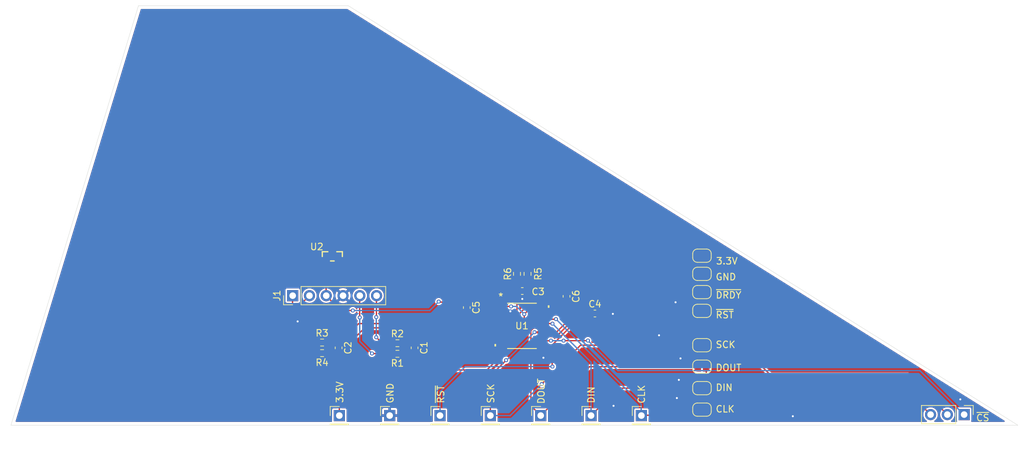
<source format=kicad_pcb>
(kicad_pcb (version 20241229) (generator "pcbnew") (generator_version "9.0")
  (layers (0 "F.Cu" signal) (2 "B.Cu" signal) (13 "F.Paste" user) (15 "B.Paste" user) (5 "F.SilkS" user "F.Silkscreen") (7 "B.SilkS" user "B.Silkscreen") (1 "F.Mask" user) (3 "B.Mask" user) (25 "Edge.Cuts" user))
  (net 0 "")
  (net 1 "Net-(U1-AIN2N)")
  (net 2 "Net-(U1-AIN2P)")
  (net 3 "Net-(U1-AIN1N)")
  (net 4 "Net-(U1-AIN1P)")
  (net 5 "Net-(U1-AIN0P)")
  (net 6 "Net-(U1-AIN0N)")
  (net 7 "GND")
  (net 8 "Net-(U1-CAP)")
  (net 9 "+3.3V")
  (net 10 "GAUGE1_IN_P")
  (net 11 "GAUGE1_IN_N")
  (net 12 "GAUGE2_IN_N")
  (net 13 "GAUGE2_IN_P")
  (net 14 "DIN")
  (net 15 "SPICLK")
  (net 16 "~{SYNC}{slash}~{RST}")
  (net 17 "ADCCLK")
  (net 18 "DOUT")
  (net 19 "~{CS}")
  (net 20 "Net-(J3-Pin_2)")
  (net 21 "Net-(J3-Pin_3)")
  (net 22 "~{DRDY}")
  (net 23 "TMP_IN_P")
  (footprint "Jumper:SolderJumper-2_P1.3mm_Open_RoundedPad1.0x1.5mm" (layer "F.Cu") (at 173 110 180)
    (property "Reference" "JP4" (hide yes))
    (property "Value" "SolderJumper_2_Open" (hide yes))
    (fp_line (start 1.4 -0.3) (end 1.4 0.3) (stroke (width 0.12)) (layer "F.SilkS"))
    (fp_line (start 0.7 1) (end -0.7 1) (stroke (width 0.12)) (layer "F.SilkS"))
    (fp_line (start -0.7 -1) (end 0.7 -1) (stroke (width 0.12)) (layer "F.SilkS"))
    (fp_line (start -1.4 0.3) (end -1.4 -0.3) (stroke (width 0.12)) (layer "F.SilkS"))
    (fp_arc (start 1.4 0.3) (mid 1.194975 0.794975) (end 0.7 1) (stroke (width 0.12)) (layer "F.SilkS"))
    (fp_arc (start 0.7 -1) (mid 1.194975 -0.794975) (end 1.4 -0.3) (stroke (width 0.12)) (layer "F.SilkS"))
    (fp_arc (start -0.7 1) (mid -1.194975 0.794975) (end -1.4 0.3) (stroke (width 0.12)) (layer "F.SilkS"))
    (fp_arc (start -1.4 -0.3) (mid -1.194975 -0.794975) (end -0.7 -1) (stroke (width 0.12)) (layer "F.SilkS"))
    (pad "1" smd custom (at -0.65 0 180) (size 1 0.5) (layers "F.Cu" "F.Mask") (net 21 "Net-(J3-Pin_3)") (options (clearance outline) (anchor rect)) (primitives (gr_circle (center 0 0.25) (end 0.5 0.25) (width 0) (fill yes)) (gr_circle (center 0 -0.25) (end 0.5 -0.25) (width 0) (fill yes)) (gr_poly (pts (xy 0.5 0.75) (xy 0 0.75) (xy 0 -0.75) (xy 0.5 -0.75)) (width 0) (fill yes))))
    (pad "2" smd custom (at 0.65 0 180) (size 1 0.5) (layers "F.Cu" "F.Mask") (net 15 "SPICLK") (options (clearance outline) (anchor rect)) (primitives (gr_circle (center 0 0.25) (end 0.5 0.25) (width 0) (fill yes)) (gr_circle (center 0 -0.25) (end 0.5 -0.25) (width 0) (fill yes)) (gr_poly (pts (xy 0 0.75) (xy -0.5 0.75) (xy -0.5 -0.75) (xy 0 -0.75)) (width 0) (fill yes))))
  )
  (footprint "Capacitor_SMD:C_0603_1608Metric" (layer "F.Cu") (at 129.5 110.4 -90)
    (property "Reference" "C1" (at 0 -1.43 90) (layer "F.SilkS"))
    (property "Value" "10 nF")
    (fp_line (start -0.14058 0.51) (end 0.14058 0.51) (stroke (width 0.12)) (layer "F.SilkS"))
    (fp_line (start -0.14058 -0.51) (end 0.14058 -0.51) (stroke (width 0.12)) (layer "F.SilkS"))
    (pad "1" smd roundrect (at -0.775 0 270) (size 0.9 0.95) (layers "F.Cu" "F.Mask" "F.Paste") (net 2 "Net-(U1-AIN2P)"))
    (pad "2" smd roundrect (at 0.775 0 270) (size 0.9 0.95) (layers "F.Cu" "F.Mask" "F.Paste") (net 1 "Net-(U1-AIN2N)"))
  )
  (footprint "Jumper:SolderJumper-2_P1.3mm_Open_RoundedPad1.0x1.5mm" (layer "F.Cu") (at 173 96.45 180)
    (property "Reference" "JP7" (hide yes))
    (property "Value" "SolderJumper_2_Open" (hide yes))
    (fp_line (start 1.4 -0.3) (end 1.4 0.3) (stroke (width 0.12)) (layer "F.SilkS"))
    (fp_line (start 0.7 1) (end -0.7 1) (stroke (width 0.12)) (layer "F.SilkS"))
    (fp_line (start -0.7 -1) (end 0.7 -1) (stroke (width 0.12)) (layer "F.SilkS"))
    (fp_line (start -1.4 0.3) (end -1.4 -0.3) (stroke (width 0.12)) (layer "F.SilkS"))
    (fp_arc (start 1.4 0.3) (mid 1.194975 0.794975) (end 0.7 1) (stroke (width 0.12)) (layer "F.SilkS"))
    (fp_arc (start 0.7 -1) (mid 1.194975 -0.794975) (end 1.4 -0.3) (stroke (width 0.12)) (layer "F.SilkS"))
    (fp_arc (start -0.7 1) (mid -1.194975 0.794975) (end -1.4 0.3) (stroke (width 0.12)) (layer "F.SilkS"))
    (fp_arc (start -1.4 -0.3) (mid -1.194975 -0.794975) (end -0.7 -1) (stroke (width 0.12)) (layer "F.SilkS"))
    (pad "1" smd custom (at -0.65 0 180) (size 1 0.5) (layers "F.Cu" "F.Mask") (net 20 "Net-(J3-Pin_2)") (options (clearance outline) (anchor rect)) (primitives (gr_circle (center 0 0.25) (end 0.5 0.25) (width 0) (fill yes)) (gr_circle (center 0 -0.25) (end 0.5 -0.25) (width 0) (fill yes)) (gr_poly (pts (xy 0.5 0.75) (xy 0 0.75) (xy 0 -0.75) (xy 0.5 -0.75)) (width 0) (fill yes))))
    (pad "2" smd custom (at 0.65 0 180) (size 1 0.5) (layers "F.Cu" "F.Mask") (net 9 "+3.3V") (options (clearance outline) (anchor rect)) (primitives (gr_circle (center 0 0.25) (end 0.5 0.25) (width 0) (fill yes)) (gr_circle (center 0 -0.25) (end 0.5 -0.25) (width 0) (fill yes)) (gr_poly (pts (xy 0 0.75) (xy -0.5 0.75) (xy -0.5 -0.75) (xy 0 -0.75)) (width 0) (fill yes))))
  )
  (footprint "Jumper:SolderJumper-2_P1.3mm_Open_RoundedPad1.0x1.5mm" (layer "F.Cu") (at 173 104.8 180)
    (property "Reference" "JP5" (hide yes))
    (property "Value" "SolderJumper_2_Open" (hide yes))
    (fp_line (start 1.4 -0.3) (end 1.4 0.3) (stroke (width 0.12)) (layer "F.SilkS"))
    (fp_line (start 0.7 1) (end -0.7 1) (stroke (width 0.12)) (layer "F.SilkS"))
    (fp_line (start -0.7 -1) (end 0.7 -1) (stroke (width 0.12)) (layer "F.SilkS"))
    (fp_line (start -1.4 0.3) (end -1.4 -0.3) (stroke (width 0.12)) (layer "F.SilkS"))
    (fp_arc (start 1.4 0.3) (mid 1.194975 0.794975) (end 0.7 1) (stroke (width 0.12)) (layer "F.SilkS"))
    (fp_arc (start 0.7 -1) (mid 1.194975 -0.794975) (end 1.4 -0.3) (stroke (width 0.12)) (layer "F.SilkS"))
    (fp_arc (start -0.7 1) (mid -1.194975 0.794975) (end -1.4 0.3) (stroke (width 0.12)) (layer "F.SilkS"))
    (fp_arc (start -1.4 -0.3) (mid -1.194975 -0.794975) (end -0.7 -1) (stroke (width 0.12)) (layer "F.SilkS"))
    (pad "1" smd custom (at -0.65 0 180) (size 1 0.5) (layers "F.Cu" "F.Mask") (net 20 "Net-(J3-Pin_2)") (options (clearance outline) (anchor rect)) (primitives (gr_circle (center 0 0.25) (end 0.5 0.25) (width 0) (fill yes)) (gr_circle (center 0 -0.25) (end 0.5 -0.25) (width 0) (fill yes)) (gr_poly (pts (xy 0.5 0.75) (xy 0 0.75) (xy 0 -0.75) (xy 0.5 -0.75)) (width 0) (fill yes))))
    (pad "2" smd custom (at 0.65 0 180) (size 1 0.5) (layers "F.Cu" "F.Mask") (net 16 "~{SYNC}{slash}~{RST}") (options (clearance outline) (anchor rect)) (primitives (gr_circle (center 0 0.25) (end 0.5 0.25) (width 0) (fill yes)) (gr_circle (center 0 -0.25) (end 0.5 -0.25) (width 0) (fill yes)) (gr_poly (pts (xy 0 0.75) (xy -0.5 0.75) (xy -0.5 -0.75) (xy 0 -0.75)) (width 0) (fill yes))))
  )
  (footprint "Resistor_SMD:R_0603_1608Metric" (layer "F.Cu") (at 115.5 111.2 180)
    (property "Reference" "R4" (at 0 -1.43 0) (layer "F.SilkS"))
    (property "Value" "10 k")
    (fp_line (start -0.237258 0.5225) (end 0.237258 0.5225) (stroke (width 0.12)) (layer "F.SilkS"))
    (fp_line (start -0.237258 -0.5225) (end 0.237258 -0.5225) (stroke (width 0.12)) (layer "F.SilkS"))
    (pad "1" smd roundrect (at -0.825 0 180) (size 0.8 0.95) (layers "F.Cu" "F.Mask" "F.Paste") (net 4 "Net-(U1-AIN1P)"))
    (pad "2" smd roundrect (at 0.825 0 180) (size 0.8 0.95) (layers "F.Cu" "F.Mask" "F.Paste") (net 11 "GAUGE1_IN_N"))
  )
  (footprint "Capacitor_SMD:C_0603_1608Metric" (layer "F.Cu") (at 118 110.4 -90)
    (property "Reference" "C2" (at 0 -1.43 90) (layer "F.SilkS"))
    (property "Value" "10 nF")
    (fp_line (start -0.14058 0.51) (end 0.14058 0.51) (stroke (width 0.12)) (layer "F.SilkS"))
    (fp_line (start -0.14058 -0.51) (end 0.14058 -0.51) (stroke (width 0.12)) (layer "F.SilkS"))
    (pad "1" smd roundrect (at -0.775 0 270) (size 0.9 0.95) (layers "F.Cu" "F.Mask" "F.Paste") (net 3 "Net-(U1-AIN1N)"))
    (pad "2" smd roundrect (at 0.775 0 270) (size 0.9 0.95) (layers "F.Cu" "F.Mask" "F.Paste") (net 4 "Net-(U1-AIN1P)"))
  )
  (footprint "Connector_PinHeader_2.54mm:PinHeader_1x01_P2.54mm_Vertical" (layer "F.Cu") (at 156.21 120.65)
    (property "Reference" "J4" (hide yes))
    (property "Value" "Conn_01x01_Pin" (hide yes))
    (fp_line (start -1.38 -1.38) (end 0 -1.38) (stroke (width 0.12)) (layer "F.SilkS"))
    (fp_line (start -1.38 0) (end -1.38 -1.38) (stroke (width 0.12)) (layer "F.SilkS"))
    (fp_line (start -1.38 1.27) (end -1.38 1.38) (stroke (width 0.12)) (layer "F.SilkS"))
    (fp_line (start -1.38 1.27) (end 1.38 1.27) (stroke (width 0.12)) (layer "F.SilkS"))
    (fp_line (start -1.38 1.38) (end 1.38 1.38) (stroke (width 0.12)) (layer "F.SilkS"))
    (fp_line (start 1.38 1.27) (end 1.38 1.38) (stroke (width 0.12)) (layer "F.SilkS"))
    (pad "1" thru_hole rect (at 0 0) (size 1.7 1.7) (drill 1) (layers "*.Cu" "*.Mask") (net 14 "DIN"))
  )
  (footprint "Jumper:SolderJumper-2_P1.3mm_Open_RoundedPad1.0x1.5mm" (layer "F.Cu") (at 172.991217 101.959443 180)
    (property "Reference" "JP8" (hide yes))
    (property "Value" "SolderJumper_2_Open" (hide yes))
    (fp_line (start 1.4 -0.3) (end 1.4 0.3) (stroke (width 0.12)) (layer "F.SilkS"))
    (fp_line (start 0.7 1) (end -0.7 1) (stroke (width 0.12)) (layer "F.SilkS"))
    (fp_line (start -0.7 -1) (end 0.7 -1) (stroke (width 0.12)) (layer "F.SilkS"))
    (fp_line (start -1.4 0.3) (end -1.4 -0.3) (stroke (width 0.12)) (layer "F.SilkS"))
    (fp_arc (start 1.4 0.3) (mid 1.194975 0.794975) (end 0.7 1) (stroke (width 0.12)) (layer "F.SilkS"))
    (fp_arc (start 0.7 -1) (mid 1.194975 -0.794975) (end 1.4 -0.3) (stroke (width 0.12)) (layer "F.SilkS"))
    (fp_arc (start -0.7 1) (mid -1.194975 0.794975) (end -1.4 0.3) (stroke (width 0.12)) (layer "F.SilkS"))
    (fp_arc (start -1.4 -0.3) (mid -1.194975 -0.794975) (end -0.7 -1) (stroke (width 0.12)) (layer "F.SilkS"))
    (pad "1" smd custom (at -0.65 0 180) (size 1 0.5) (layers "F.Cu" "F.Mask") (net 20 "Net-(J3-Pin_2)") (options (clearance outline) (anchor rect)) (primitives (gr_circle (center 0 0.25) (end 0.5 0.25) (width 0) (fill yes)) (gr_circle (center 0 -0.25) (end 0.5 -0.25) (width 0) (fill yes)) (gr_poly (pts (xy 0.5 0.75) (xy 0 0.75) (xy 0 -0.75) (xy 0.5 -0.75)) (width 0) (fill yes))))
    (pad "2" smd custom (at 0.65 0 180) (size 1 0.5) (layers "F.Cu" "F.Mask") (net 22 "~{DRDY}") (options (clearance outline) (anchor rect)) (primitives (gr_circle (center 0 0.25) (end 0.5 0.25) (width 0) (fill yes)) (gr_circle (center 0 -0.25) (end 0.5 -0.25) (width 0) (fill yes)) (gr_poly (pts (xy 0 0.75) (xy -0.5 0.75) (xy -0.5 -0.75) (xy 0 -0.75)) (width 0) (fill yes))))
  )
  (footprint "Connector_PinHeader_2.54mm:PinHeader_1x01_P2.54mm_Vertical" (layer "F.Cu") (at 125.73 120.65)
    (property "Reference" "J8" (hide yes))
    (property "Value" "Conn_01x01_Pin" (hide yes))
    (fp_line (start -1.38 -1.38) (end 0 -1.38) (stroke (width 0.12)) (layer "F.SilkS"))
    (fp_line (start -1.38 0) (end -1.38 -1.38) (stroke (width 0.12)) (layer "F.SilkS"))
    (fp_line (start -1.38 1.27) (end -1.38 1.38) (stroke (width 0.12)) (layer "F.SilkS"))
    (fp_line (start -1.38 1.27) (end 1.38 1.27) (stroke (width 0.12)) (layer "F.SilkS"))
    (fp_line (start -1.38 1.38) (end 1.38 1.38) (stroke (width 0.12)) (layer "F.SilkS"))
    (fp_line (start 1.38 1.27) (end 1.38 1.38) (stroke (width 0.12)) (layer "F.SilkS"))
    (pad "1" thru_hole rect (at 0 0) (size 1.7 1.7) (drill 1) (layers "*.Cu" "*.Mask") (net 7 "GND"))
  )
  (footprint "Capacitor_SMD:C_0603_1608Metric" (layer "F.Cu") (at 156.8 105.2)
    (property "Reference" "C4" (at 0 -1.43 0) (layer "F.SilkS"))
    (property "Value" "220 nF")
    (fp_line (start -0.14058 -0.51) (end 0.14058 -0.51) (stroke (width 0.12)) (layer "F.SilkS"))
    (fp_line (start -0.14058 0.51) (end 0.14058 0.51) (stroke (width 0.12)) (layer "F.SilkS"))
    (pad "1" smd roundrect (at -0.775 0) (size 0.9 0.95) (layers "F.Cu" "F.Mask" "F.Paste") (net 8 "Net-(U1-CAP)"))
    (pad "2" smd roundrect (at 0.775 0) (size 0.9 0.95) (layers "F.Cu" "F.Mask" "F.Paste") (net 7 "GND"))
  )
  (footprint "FinLib:ADS131M03" (layer "F.Cu") (at 145.75275 107.075002)
    (property "Reference" "U1" (at 0 0 0) (layer "F.SilkS"))
    (property "Value" "ADS131M03QPWRQ1")
    (fp_line (start -2.182264 3.429) (end 2.182251 3.429) (stroke (width 0.1524)) (layer "F.SilkS"))
    (fp_line (start 2.182264 -3.429) (end -2.182251 -3.429) (stroke (width 0.1524)) (layer "F.SilkS"))
    (fp_poly (pts (xy -4.1656 2.734498) (xy -4.1656 3.115498) (xy -3.9116 3.115498) (xy -3.9116 2.734498)) (fill yes) (layer "F.SilkS"))
    (fp_poly (pts (xy 4.1656 -3.115498) (xy 4.1656 -2.734498) (xy 3.9116 -2.734498) (xy 3.9116 -3.115498)) (fill yes) (layer "F.SilkS"))
    (fp_text user "*" (at -3.20675 -4.423601 0) (layer "F.SilkS"))
    (pad "1" smd rect (at -2.95275 -2.925) (size 1.4097 0.3556) (layers "F.Cu" "F.Mask" "F.Paste") (net 9 "+3.3V"))
    (pad "2" smd rect (at -2.95275 -2.274999) (size 1.4097 0.3556) (layers "F.Cu" "F.Mask" "F.Paste") (net 7 "GND"))
    (pad "3" smd rect (at -2.95275 -1.625001) (size 1.4097 0.3556) (layers "F.Cu" "F.Mask" "F.Paste") (net 5 "Net-(U1-AIN0P)"))
    (pad "4" smd rect (at -2.95275 -0.974999) (size 1.4097 0.3556) (layers "F.Cu" "F.Mask" "F.Paste") (net 6 "Net-(U1-AIN0N)"))
    (pad "5" smd rect (at -2.95275 -0.325001) (size 1.4097 0.3556) (layers "F.Cu" "F.Mask" "F.Paste") (net 3 "Net-(U1-AIN1N)"))
    (pad "6" smd rect (at -2.95275 0.324998) (size 1.4097 0.3556) (layers "F.Cu" "F.Mask" "F.Paste") (net 4 "Net-(U1-AIN1P)"))
    (pad "7" smd rect (at -2.95275 0.974999) (size 1.4097 0.3556) (layers "F.Cu" "F.Mask" "F.Paste") (net 2 "Net-(U1-AIN2P)"))
    (pad "8" smd rect (at -2.95275 1.624998) (size 1.4097 0.3556) (layers "F.Cu" "F.Mask" "F.Paste") (net 1 "Net-(U1-AIN2N)"))
    (pad "9" smd rect (at -2.95275 2.274999) (size 1.4097 0.3556) (layers "F.Cu" "F.Mask" "F.Paste"))
    (pad "10" smd rect (at -2.95275 2.924998) (size 1.4097 0.3556) (layers "F.Cu" "F.Mask" "F.Paste"))
    (pad "11" smd rect (at 2.95275 2.925) (size 1.4097 0.3556) (layers "F.Cu" "F.Mask" "F.Paste") (net 16 "~{SYNC}{slash}~{RST}"))
    (pad "12" smd rect (at 2.95275 2.275002) (size 1.4097 0.3556) (layers "F.Cu" "F.Mask" "F.Paste") (net 19 "~{CS}"))
    (pad "13" smd rect (at 2.95275 1.625001) (size 1.4097 0.3556) (layers "F.Cu" "F.Mask" "F.Paste") (net 22 "~{DRDY}"))
    (pad "14" smd rect (at 2.95275 0.975002) (size 1.4097 0.3556) (layers "F.Cu" "F.Mask" "F.Paste") (net 15 "SPICLK"))
    (pad "15" smd rect (at 2.95275 0.325001) (size 1.4097 0.3556) (layers "F.Cu" "F.Mask" "F.Paste") (net 18 "DOUT"))
    (pad "16" smd rect (at 2.95275 -0.324998) (size 1.4097 0.3556) (layers "F.Cu" "F.Mask" "F.Paste") (net 14 "DIN"))
    (pad "17" smd rect (at 2.95275 -0.974999) (size 1.4097 0.3556) (layers "F.Cu" "F.Mask" "F.Paste") (net 17 "ADCCLK"))
    (pad "18" smd rect (at 2.95275 -1.624998) (size 1.4097 0.3556) (layers "F.Cu" "F.Mask" "F.Paste") (net 8 "Net-(U1-CAP)"))
    (pad "19" smd rect (at 2.95275 -2.274999) (size 1.4097 0.3556) (layers "F.Cu" "F.Mask" "F.Paste") (net 7 "GND"))
    (pad "20" smd rect (at 2.95275 -2.924998) (size 1.4097 0.3556) (layers "F.Cu" "F.Mask" "F.Paste") (net 9 "+3.3V"))
  )
  (footprint "Connector_PinHeader_2.54mm:PinHeader_1x01_P2.54mm_Vertical" (layer "F.Cu") (at 118.11 120.65)
    (property "Reference" "J9" (hide yes))
    (property "Value" "Conn_01x01_Pin" (hide yes))
    (fp_line (start -1.38 -1.38) (end 0 -1.38) (stroke (width 0.12)) (layer "F.SilkS"))
    (fp_line (start -1.38 0) (end -1.38 -1.38) (stroke (width 0.12)) (layer "F.SilkS"))
    (fp_line (start -1.38 1.27) (end -1.38 1.38) (stroke (width 0.12)) (layer "F.SilkS"))
    (fp_line (start -1.38 1.27) (end 1.38 1.27) (stroke (width 0.12)) (layer "F.SilkS"))
    (fp_line (start -1.38 1.38) (end 1.38 1.38) (stroke (width 0.12)) (layer "F.SilkS"))
    (fp_line (start 1.38 1.27) (end 1.38 1.38) (stroke (width 0.12)) (layer "F.SilkS"))
    (pad "1" thru_hole rect (at 0 0) (size 1.7 1.7) (drill 1) (layers "*.Cu" "*.Mask") (net 9 "+3.3V"))
  )
  (footprint "Jumper:SolderJumper-2_P1.3mm_Open_RoundedPad1.0x1.5mm" (layer "F.Cu") (at 173 119.75 180)
    (property "Reference" "JP1" (hide yes))
    (property "Value" "SolderJumper_2_Open" (hide yes))
    (fp_line (start 1.4 -0.3) (end 1.4 0.3) (stroke (width 0.12)) (layer "F.SilkS"))
    (fp_line (start 0.7 1) (end -0.7 1) (stroke (width 0.12)) (layer "F.SilkS"))
    (fp_line (start -0.7 -1) (end 0.7 -1) (stroke (width 0.12)) (layer "F.SilkS"))
    (fp_line (start -1.4 0.3) (end -1.4 -0.3) (stroke (width 0.12)) (layer "F.SilkS"))
    (fp_arc (start 1.4 0.3) (mid 1.194975 0.794975) (end 0.7 1) (stroke (width 0.12)) (layer "F.SilkS"))
    (fp_arc (start 0.7 -1) (mid 1.194975 -0.794975) (end 1.4 -0.3) (stroke (width 0.12)) (layer "F.SilkS"))
    (fp_arc (start -0.7 1) (mid -1.194975 0.794975) (end -1.4 0.3) (stroke (width 0.12)) (layer "F.SilkS"))
    (fp_arc (start -1.4 -0.3) (mid -1.194975 -0.794975) (end -0.7 -1) (stroke (width 0.12)) (layer "F.SilkS"))
    (pad "1" smd custom (at -0.65 0 180) (size 1 0.5) (layers "F.Cu" "F.Mask") (net 21 "Net-(J3-Pin_3)") (options (clearance outline) (anchor rect)) (primitives (gr_circle (center 0 0.25) (end 0.5 0.25) (width 0) (fill yes)) (gr_circle (center 0 -0.25) (end 0.5 -0.25) (width 0) (fill yes)) (gr_poly (pts (xy 0.5 0.75) (xy 0 0.75) (xy 0 -0.75) (xy 0.5 -0.75)) (width 0) (fill yes))))
    (pad "2" smd custom (at 0.65 0 180) (size 1 0.5) (layers "F.Cu" "F.Mask") (net 17 "ADCCLK") (options (clearance outline) (anchor rect)) (primitives (gr_circle (center 0 0.25) (end 0.5 0.25) (width 0) (fill yes)) (gr_circle (center 0 -0.25) (end 0.5 -0.25) (width 0) (fill yes)) (gr_poly (pts (xy 0 0.75) (xy -0.5 0.75) (xy -0.5 -0.75) (xy 0 -0.75)) (width 0) (fill yes))))
  )
  (footprint "Connector_PinHeader_2.54mm:PinHeader_1x06_P2.54mm_Vertical" (layer "F.Cu") (at 111.05 102.5 90)
    (property "Reference" "J1" (at 0 -2.38 90) (layer "F.SilkS"))
    (property "Value" "Conn_01x06_Pin")
    (fp_line (start -1.38 -1.38) (end 0 -1.38) (stroke (width 0.12)) (layer "F.SilkS"))
    (fp_line (start -1.38 0) (end -1.38 -1.38) (stroke (width 0.12)) (layer "F.SilkS"))
    (fp_line (start 1.38 1.27) (end 1.38 14.08) (stroke (width 0.12)) (layer "F.SilkS"))
    (fp_line (start -1.38 1.27) (end 1.38 1.27) (stroke (width 0.12)) (layer "F.SilkS"))
    (fp_line (start -1.38 1.27) (end -1.38 14.08) (stroke (width 0.12)) (layer "F.SilkS"))
    (fp_line (start -1.38 14.08) (end 1.38 14.08) (stroke (width 0.12)) (layer "F.SilkS"))
    (pad "1" thru_hole rect (at 0 0 90) (size 1.7 1.7) (drill 1) (layers "*.Cu" "*.Mask") (net 11 "GAUGE1_IN_N"))
    (pad "2" thru_hole circle (at 0 2.54 90) (size 1.7 1.7) (drill 1) (layers "*.Cu" "*.Mask") (net 10 "GAUGE1_IN_P"))
    (pad "3" thru_hole circle (at 0 5.08 90) (size 1.7 1.7) (drill 1) (layers "*.Cu" "*.Mask") (net 9 "+3.3V"))
    (pad "4" thru_hole circle (at 0 7.62 90) (size 1.7 1.7) (drill 1) (layers "*.Cu" "*.Mask") (net 7 "GND"))
    (pad "5" thru_hole circle (at 0 10.16 90) (size 1.7 1.7) (drill 1) (layers "*.Cu" "*.Mask") (net 12 "GAUGE2_IN_N"))
    (pad "6" thru_hole circle (at 0 12.7 90) (size 1.7 1.7) (drill 1) (layers "*.Cu" "*.Mask") (net 13 "GAUGE2_IN_P"))
  )
  (footprint "Resistor_SMD:R_0603_1608Metric" (layer "F.Cu") (at 145 99.2 -90)
    (property "Reference" "R5" (at 0 -3.2 90) (layer "F.SilkS"))
    (property "Value" "10 k")
    (fp_line (start -0.237258 0.5225) (end 0.237258 0.5225) (stroke (width 0.12)) (layer "F.SilkS"))
    (fp_line (start -0.237258 -0.5225) (end 0.237258 -0.5225) (stroke (width 0.12)) (layer "F.SilkS"))
    (pad "1" smd roundrect (at -0.825 0 270) (size 0.8 0.95) (layers "F.Cu" "F.Mask" "F.Paste") (net 23 "TMP_IN_P"))
    (pad "2" smd roundrect (at 0.825 0 270) (size 0.8 0.95) (layers "F.Cu" "F.Mask" "F.Paste") (net 5 "Net-(U1-AIN0P)"))
  )
  (footprint "FinLib:TMP235A4DBZR" (layer "F.Cu") (at 117.049999 96.55 90)
    (property "Reference" "U2" (at 1.45 -2.349999 0) (layer "F.SilkS"))
    (property "Value" "TMP235A4DBZR")
    (fp_line (start -0.025001 -1.52) (end 0.700001 -1.52) (stroke (width 0.2)) (layer "F.SilkS"))
    (fp_line (start 0.700001 -0.675) (end 0.700001 -1.52) (stroke (width 0.2)) (layer "F.SilkS"))
    (fp_line (start -0.700001 0.275001) (end -0.700001 -0.275001) (stroke (width 0.2)) (layer "F.SilkS"))
    (fp_line (start 0.700001 1.52) (end 0.700001 0.675) (stroke (width 0.2)) (layer "F.SilkS"))
    (fp_line (start -0.025001 1.52) (end 0.700001 1.52) (stroke (width 0.2)) (layer "F.SilkS"))
    (pad "1" smd rect (at -1.05 -0.950001 90) (size 1.3 0.599999) (layers "F.Cu" "F.Mask" "F.Paste") (net 9 "+3.3V"))
    (pad "2" smd rect (at -1.05 0.950001 90) (size 1.3 0.599999) (layers "F.Cu" "F.Mask" "F.Paste") (net 23 "TMP_IN_P"))
    (pad "3" smd rect (at 1.05 0 90) (size 1.3 0.599999) (layers "F.Cu" "F.Mask" "F.Paste") (net 7 "GND"))
  )
  (footprint "Resistor_SMD:R_0603_1608Metric" (layer "F.Cu") (at 146.6 99.2 90)
    (property "Reference" "R6" (at 0 -3 90) (layer "F.SilkS"))
    (property "Value" "10 k")
    (fp_line (start -0.237258 -0.5225) (end 0.237258 -0.5225) (stroke (width 0.12)) (layer "F.SilkS"))
    (fp_line (start -0.237258 0.5225) (end 0.237258 0.5225) (stroke (width 0.12)) (layer "F.SilkS"))
    (pad "1" smd roundrect (at -0.825 0 90) (size 0.8 0.95) (layers "F.Cu" "F.Mask" "F.Paste") (net 6 "Net-(U1-AIN0N)"))
    (pad "2" smd roundrect (at 0.825 0 90) (size 0.8 0.95) (layers "F.Cu" "F.Mask" "F.Paste") (net 7 "GND"))
  )
  (footprint "Connector_PinHeader_2.54mm:PinHeader_1x03_P2.54mm_Vertical" (layer "F.Cu") (at 212.68 120.5 -90)
    (property "Reference" "J3" (hide yes))
    (property "Value" "Conn_01x03_Pin")
    (fp_line (start -1.38 6.46) (end 1.38 6.46) (stroke (width 0.12)) (layer "F.SilkS"))
    (fp_line (start -1.38 1.27) (end -1.38 6.46) (stroke (width 0.12)) (layer "F.SilkS"))
    (fp_line (start -1.38 1.27) (end 1.38 1.27) (stroke (width 0.12)) (layer "F.SilkS"))
    (fp_line (start 1.38 1.27) (end 1.38 6.46) (stroke (width 0.12)) (layer "F.SilkS"))
    (fp_line (start -1.38 0) (end -1.38 -1.38) (stroke (width 0.12)) (layer "F.SilkS"))
    (fp_line (start -1.38 -1.38) (end 0 -1.38) (stroke (width 0.12)) (layer "F.SilkS"))
    (pad "1" thru_hole rect (at 0 0 270) (size 1.7 1.7) (drill 1) (layers "*.Cu" "*.Mask") (net 19 "~{CS}"))
    (pad "2" thru_hole circle (at 0 2.54 270) (size 1.7 1.7) (drill 1) (layers "*.Cu" "*.Mask") (net 20 "Net-(J3-Pin_2)"))
    (pad "3" thru_hole circle (at 0 5.08 270) (size 1.7 1.7) (drill 1) (layers "*.Cu" "*.Mask") (net 21 "Net-(J3-Pin_3)"))
  )
  (footprint "Connector_PinHeader_2.54mm:PinHeader_1x01_P2.54mm_Vertical" (layer "F.Cu") (at 133.35 120.65)
    (property "Reference" "J7" (hide yes))
    (property "Value" "Conn_01x01_Pin" (hide yes))
    (fp_line (start -1.38 -1.38) (end 0 -1.38) (stroke (width 0.12)) (layer "F.SilkS"))
    (fp_line (start -1.38 0) (end -1.38 -1.38) (stroke (width 0.12)) (layer "F.SilkS"))
    (fp_line (start -1.38 1.27) (end -1.38 1.38) (stroke (width 0.12)) (layer "F.SilkS"))
    (fp_line (start -1.38 1.27) (end 1.38 1.27) (stroke (width 0.12)) (layer "F.SilkS"))
    (fp_line (start -1.38 1.38) (end 1.38 1.38) (stroke (width 0.12)) (layer "F.SilkS"))
    (fp_line (start 1.38 1.27) (end 1.38 1.38) (stroke (width 0.12)) (layer "F.SilkS"))
    (pad "1" thru_hole rect (at 0 0) (size 1.7 1.7) (drill 1) (layers "*.Cu" "*.Mask") (net 16 "~{SYNC}{slash}~{RST}"))
  )
  (footprint "Jumper:SolderJumper-2_P1.3mm_Open_RoundedPad1.0x1.5mm" (layer "F.Cu") (at 173 113.25 180)
    (property "Reference" "JP3" (hide yes))
    (property "Value" "SolderJumper_2_Open" (hide yes))
    (fp_line (start 1.4 -0.3) (end 1.4 0.3) (stroke (width 0.12)) (layer "F.SilkS"))
    (fp_line (start 0.7 1) (end -0.7 1) (stroke (width 0.12)) (layer "F.SilkS"))
    (fp_line (start -0.7 -1) (end 0.7 -1) (stroke (width 0.12)) (layer "F.SilkS"))
    (fp_line (start -1.4 0.3) (end -1.4 -0.3) (stroke (width 0.12)) (layer "F.SilkS"))
    (fp_arc (start 1.4 0.3) (mid 1.194975 0.794975) (end 0.7 1) (stroke (width 0.12)) (layer "F.SilkS"))
    (fp_arc (start 0.7 -1) (mid 1.194975 -0.794975) (end 1.4 -0.3) (stroke (width 0.12)) (layer "F.SilkS"))
    (fp_arc (start -0.7 1) (mid -1.194975 0.794975) (end -1.4 0.3) (stroke (width 0.12)) (layer "F.SilkS"))
    (fp_arc (start -1.4 -0.3) (mid -1.194975 -0.794975) (end -0.7 -1) (stroke (width 0.12)) (layer "F.SilkS"))
    (pad "1" smd custom (at -0.65 0 180) (size 1 0.5) (layers "F.Cu" "F.Mask") (net 21 "Net-(J3-Pin_3)") (options (clearance outline) (anchor rect)) (primitives (gr_circle (center 0 0.25) (end 0.5 0.25) (width 0) (fill yes)) (gr_circle (center 0 -0.25) (end 0.5 -0.25) (width 0) (fill yes)) (gr_poly (pts (xy 0.5 0.75) (xy 0 0.75) (xy 0 -0.75) (xy 0.5 -0.75)) (width 0) (fill yes))))
    (pad "2" smd custom (at 0.65 0 180) (size 1 0.5) (layers "F.Cu" "F.Mask") (net 18 "DOUT") (options (clearance outline) (anchor rect)) (primitives (gr_circle (center 0 0.25) (end 0.5 0.25) (width 0) (fill yes)) (gr_circle (center 0 -0.25) (end 0.5 -0.25) (width 0) (fill yes)) (gr_poly (pts (xy 0 0.75) (xy -0.5 0.75) (xy -0.5 -0.75) (xy 0 -0.75)) (width 0) (fill yes))))
  )
  (footprint "Resistor_SMD:R_0603_1608Metric" (layer "F.Cu") (at 115.5 109.6)
    (property "Reference" "R3" (at 0 -1.43 0) (layer "F.SilkS"))
    (property "Value" "10 k")
    (fp_line (start -0.237258 -0.5225) (end 0.237258 -0.5225) (stroke (width 0.12)) (layer "F.SilkS"))
    (fp_line (start -0.237258 0.5225) (end 0.237258 0.5225) (stroke (width 0.12)) (layer "F.SilkS"))
    (pad "1" smd roundrect (at -0.825 0) (size 0.8 0.95) (layers "F.Cu" "F.Mask" "F.Paste") (net 10 "GAUGE1_IN_P"))
    (pad "2" smd roundrect (at 0.825 0) (size 0.8 0.95) (layers "F.Cu" "F.Mask" "F.Paste") (net 3 "Net-(U1-AIN1N)"))
  )
  (footprint "Capacitor_SMD:C_0603_1608Metric" (layer "F.Cu") (at 137.4 104.3 -90)
    (property "Reference" "C5" (at 0 -1.43 90) (layer "F.SilkS"))
    (property "Value" "1 uF")
    (fp_line (start -0.14058 0.51) (end 0.14058 0.51) (stroke (width 0.12)) (layer "F.SilkS"))
    (fp_line (start -0.14058 -0.51) (end 0.14058 -0.51) (stroke (width 0.12)) (layer "F.SilkS"))
    (pad "1" smd roundrect (at -0.775 0 270) (size 0.9 0.95) (layers "F.Cu" "F.Mask" "F.Paste") (net 9 "+3.3V"))
    (pad "2" smd roundrect (at 0.775 0 270) (size 0.9 0.95) (layers "F.Cu" "F.Mask" "F.Paste") (net 7 "GND"))
  )
  (footprint "Connector_PinHeader_2.54mm:PinHeader_1x01_P2.54mm_Vertical" (layer "F.Cu") (at 148.59 120.65)
    (property "Reference" "J5" (hide yes))
    (property "Value" "Conn_01x01_Pin" (hide yes))
    (fp_line (start -1.38 -1.38) (end 0 -1.38) (stroke (width 0.12)) (layer "F.SilkS"))
    (fp_line (start -1.38 0) (end -1.38 -1.38) (stroke (width 0.12)) (layer "F.SilkS"))
    (fp_line (start -1.38 1.27) (end -1.38 1.38) (stroke (width 0.12)) (layer "F.SilkS"))
    (fp_line (start -1.38 1.27) (end 1.38 1.27) (stroke (width 0.12)) (layer "F.SilkS"))
    (fp_line (start -1.38 1.38) (end 1.38 1.38) (stroke (width 0.12)) (layer "F.SilkS"))
    (fp_line (start 1.38 1.27) (end 1.38 1.38) (stroke (width 0.12)) (layer "F.SilkS"))
    (pad "1" thru_hole rect (at 0 0) (size 1.7 1.7) (drill 1) (layers "*.Cu" "*.Mask") (net 18 "DOUT"))
  )
  (footprint "Capacitor_SMD:C_0603_1608Metric" (layer "F.Cu") (at 145.8 101.8)
    (property "Reference" "C3" (at 2.4 0.1 0) (layer "F.SilkS"))
    (property "Value" "10 nF")
    (fp_line (start -0.14058 -0.51) (end 0.14058 -0.51) (stroke (width 0.12)) (layer "F.SilkS"))
    (fp_line (start -0.14058 0.51) (end 0.14058 0.51) (stroke (width 0.12)) (layer "F.SilkS"))
    (pad "1" smd roundrect (at -0.775 0) (size 0.9 0.95) (layers "F.Cu" "F.Mask" "F.Paste") (net 5 "Net-(U1-AIN0P)"))
    (pad "2" smd roundrect (at 0.775 0) (size 0.9 0.95) (layers "F.Cu" "F.Mask" "F.Paste") (net 6 "Net-(U1-AIN0N)"))
  )
  (footprint "Connector_PinHeader_2.54mm:PinHeader_1x01_P2.54mm_Vertical" (layer "F.Cu") (at 140.97 120.65)
    (property "Reference" "J6" (hide yes))
    (property "Value" "Conn_01x01_Pin" (hide yes))
    (fp_line (start -1.38 -1.38) (end 0 -1.38) (stroke (width 0.12)) (layer "F.SilkS"))
    (fp_line (start -1.38 0) (end -1.38 -1.38) (stroke (width 0.12)) (layer "F.SilkS"))
    (fp_line (start -1.38 1.27) (end -1.38 1.38) (stroke (width 0.12)) (layer "F.SilkS"))
    (fp_line (start -1.38 1.27) (end 1.38 1.27) (stroke (width 0.12)) (layer "F.SilkS"))
    (fp_line (start -1.38 1.38) (end 1.38 1.38) (stroke (width 0.12)) (layer "F.SilkS"))
    (fp_line (start 1.38 1.27) (end 1.38 1.38) (stroke (width 0.12)) (layer "F.SilkS"))
    (pad "1" thru_hole rect (at 0 0) (size 1.7 1.7) (drill 1) (layers "*.Cu" "*.Mask") (net 15 "SPICLK"))
  )
  (footprint "Resistor_SMD:R_0603_1608Metric" (layer "F.Cu") (at 126.9 109.7)
    (property "Reference" "R2" (at 0 -1.43 0) (layer "F.SilkS"))
    (property "Value" "10 k")
    (fp_line (start -0.237258 -0.5225) (end 0.237258 -0.5225) (stroke (width 0.12)) (layer "F.SilkS"))
    (fp_line (start -0.237258 0.5225) (end 0.237258 0.5225) (stroke (width 0.12)) (layer "F.SilkS"))
    (pad "1" smd roundrect (at -0.825 0) (size 0.8 0.95) (layers "F.Cu" "F.Mask" "F.Paste") (net 13 "GAUGE2_IN_P"))
    (pad "2" smd roundrect (at 0.825 0) (size 0.8 0.95) (layers "F.Cu" "F.Mask" "F.Paste") (net 2 "Net-(U1-AIN2P)"))
  )
  (footprint "Connector_PinHeader_2.54mm:PinHeader_1x01_P2.54mm_Vertical" (layer "F.Cu") (at 163.83 120.65)
    (property "Reference" "J2" (hide yes))
    (property "Value" "Conn_01x01_Pin" (hide yes))
    (fp_line (start -1.38 -1.38) (end 0 -1.38) (stroke (width 0.12)) (layer "F.SilkS"))
    (fp_line (start -1.38 0) (end -1.38 -1.38) (stroke (width 0.12)) (layer "F.SilkS"))
    (fp_line (start -1.38 1.27) (end -1.38 1.38) (stroke (width 0.12)) (layer "F.SilkS"))
    (fp_line (start -1.38 1.27) (end 1.38 1.27) (stroke (width 0.12)) (layer "F.SilkS"))
    (fp_line (start -1.38 1.38) (end 1.38 1.38) (stroke (width 0.12)) (layer "F.SilkS"))
    (fp_line (start 1.38 1.27) (end 1.38 1.38) (stroke (width 0.12)) (layer "F.SilkS"))
    (pad "1" thru_hole rect (at 0 0) (size 1.7 1.7) (drill 1) (layers "*.Cu" "*.Mask") (net 17 "ADCCLK"))
  )
  (footprint "Resistor_SMD:R_0603_1608Metric" (layer "F.Cu") (at 126.9 111.3 180)
    (property "Reference" "R1" (at 0 -1.43 0) (layer "F.SilkS"))
    (property "Value" "10 k")
    (fp_line (start -0.237258 0.5225) (end 0.237258 0.5225) (stroke (width 0.12)) (layer "F.SilkS"))
    (fp_line (start -0.237258 -0.5225) (end 0.237258 -0.5225) (stroke (width 0.12)) (layer "F.SilkS"))
    (pad "1" smd roundrect (at -0.825 0 180) (size 0.8 0.95) (layers "F.Cu" "F.Mask" "F.Paste") (net 1 "Net-(U1-AIN2N)"))
    (pad "2" smd roundrect (at 0.825 0 180) (size 0.8 0.95) (layers "F.Cu" "F.Mask" "F.Paste") (net 12 "GAUGE2_IN_N"))
  )
  (footprint "Jumper:SolderJumper-2_P1.3mm_Open_RoundedPad1.0x1.5mm" (layer "F.Cu") (at 173 99.2 180)
    (property "Reference" "JP6" (hide yes))
    (property "Value" "SolderJumper_2_Open" (hide yes))
    (fp_line (start 1.4 -0.3) (end 1.4 0.3) (stroke (width 0.12)) (layer "F.SilkS"))
    (fp_line (start 0.7 1) (end -0.7 1) (stroke (width 0.12)) (layer "F.SilkS"))
    (fp_line (start -0.7 -1) (end 0.7 -1) (stroke (width 0.12)) (layer "F.SilkS"))
    (fp_line (start -1.4 0.3) (end -1.4 -0.3) (stroke (width 0.12)) (layer "F.SilkS"))
    (fp_arc (start 1.4 0.3) (mid 1.194975 0.794975) (end 0.7 1) (stroke (width 0.12)) (layer "F.SilkS"))
    (fp_arc (start 0.7 -1) (mid 1.194975 -0.794975) (end 1.4 -0.3) (stroke (width 0.12)) (layer "F.SilkS"))
    (fp_arc (start -0.7 1) (mid -1.194975 0.794975) (end -1.4 0.3) (stroke (width 0.12)) (layer "F.SilkS"))
    (fp_arc (start -1.4 -0.3) (mid -1.194975 -0.794975) (end -0.7 -1) (stroke (width 0.12)) (layer "F.SilkS"))
    (pad "1" smd custom (at -0.65 0 180) (size 1 0.5) (layers "F.Cu" "F.Mask") (net 20 "Net-(J3-Pin_2)") (options (clearance outline) (anchor rect)) (primitives (gr_circle (center 0 0.25) (end 0.5 0.25) (width 0) (fill yes)) (gr_circle (center 0 -0.25) (end 0.5 -0.25) (width 0) (fill yes)) (gr_poly (pts (xy 0.5 0.75) (xy 0 0.75) (xy 0 -0.75) (xy 0.5 -0.75)) (width 0) (fill yes))))
    (pad "2" smd custom (at 0.65 0 180) (size 1 0.5) (layers "F.Cu" "F.Mask") (net 7 "GND") (options (clearance outline) (anchor rect)) (primitives (gr_circle (center 0 0.25) (end 0.5 0.25) (width 0) (fill yes)) (gr_circle (center 0 -0.25) (end 0.5 -0.25) (width 0) (fill yes)) (gr_poly (pts (xy 0 0.75) (xy -0.5 0.75) (xy -0.5 -0.75) (xy 0 -0.75)) (width 0) (fill yes))))
  )
  (footprint "Capacitor_SMD:C_0603_1608Metric" (layer "F.Cu") (at 152.5 102.6 -90)
    (property "Reference" "C6" (at 0 -1.43 90) (layer "F.SilkS"))
    (property "Value" "1 uF")
    (fp_line (start -0.14058 0.51) (end 0.14058 0.51) (stroke (width 0.12)) (layer "F.SilkS"))
    (fp_line (start -0.14058 -0.51) (end 0.14058 -0.51) (stroke (width 0.12)) (layer "F.SilkS"))
    (pad "1" smd roundrect (at -0.775 0 270) (size 0.9 0.95) (layers "F.Cu" "F.Mask" "F.Paste") (net 9 "+3.3V"))
    (pad "2" smd roundrect (at 0.775 0 270) (size 0.9 0.95) (layers "F.Cu" "F.Mask" "F.Paste") (net 7 "GND"))
  )
  (footprint "Jumper:SolderJumper-2_P1.3mm_Open_RoundedPad1.0x1.5mm" (layer "F.Cu") (at 173 116.5 180)
    (property "Reference" "JP2" (hide yes))
    (property "Value" "SolderJumper_2_Open" (hide yes))
    (fp_line (start 1.4 -0.3) (end 1.4 0.3) (stroke (width 0.12)) (layer "F.SilkS"))
    (fp_line (start 0.7 1) (end -0.7 1) (stroke (width 0.12)) (layer "F.SilkS"))
    (fp_line (start -0.7 -1) (end 0.7 -1) (stroke (width 0.12)) (layer "F.SilkS"))
    (fp_line (start -1.4 0.3) (end -1.4 -0.3) (stroke (width 0.12)) (layer "F.SilkS"))
    (fp_arc (start 1.4 0.3) (mid 1.194975 0.794975) (end 0.7 1) (stroke (width 0.12)) (layer "F.SilkS"))
    (fp_arc (start 0.7 -1) (mid 1.194975 -0.794975) (end 1.4 -0.3) (stroke (width 0.12)) (layer "F.SilkS"))
    (fp_arc (start -0.7 1) (mid -1.194975 0.794975) (end -1.4 0.3) (stroke (width 0.12)) (layer "F.SilkS"))
    (fp_arc (start -1.4 -0.3) (mid -1.194975 -0.794975) (end -0.7 -1) (stroke (width 0.12)) (layer "F.SilkS"))
    (pad "1" smd custom (at -0.65 0 180) (size 1 0.5) (layers "F.Cu" "F.Mask") (net 21 "Net-(J3-Pin_3)") (options (clearance outline) (anchor rect)) (primitives (gr_circle (center 0 0.25) (end 0.5 0.25) (width 0) (fill yes)) (gr_circle (center 0 -0.25) (end 0.5 -0.25) (width 0) (fill yes)) (gr_poly (pts (xy 0.5 0.75) (xy 0 0.75) (xy 0 -0.75) (xy 0.5 -0.75)) (width 0) (fill yes))))
    (pad "2" smd custom (at 0.65 0 180) (size 1 0.5) (layers "F.Cu" "F.Mask") (net 14 "DIN") (options (clearance outline) (anchor rect)) (primitives (gr_circle (center 0 0.25) (end 0.5 0.25) (width 0) (fill yes)) (gr_circle (center 0 -0.25) (end 0.5 -0.25) (width 0) (fill yes)) (gr_poly (pts (xy 0 0.75) (xy -0.5 0.75) (xy -0.5 -0.75) (xy 0 -0.75)) (width 0) (fill yes))))
  )
  (gr_line (start 68.40706 122.107836) (end 87.70706 58.607836) (stroke (width 0.05)) (layer "Edge.Cuts"))
  (gr_line (start 220.80706 122.107836) (end 119.45706 58.607836) (stroke (width 0.05)) (layer "Edge.Cuts"))
  (gr_line (start 87.70706 58.607836) (end 119.45706 58.607836) (stroke (width 0.05)) (layer "Edge.Cuts"))
  (gr_line (start 68.40706 122.107836) (end 220.80706 122.107836) (stroke (width 0.05)) (layer "Edge.Cuts"))
  (gr_text "~{CS}" (at 215.5 121 0) (layer "F.SilkS") (effects (font (size 1 1))))
  (gr_text "SCK" (at 141.6304 118.88 90) (layer "F.SilkS") (effects (font (size 1 1)) (justify left bottom)))
  (gr_text "CLK" (at 164.4396 118.9228 90) (layer "F.SilkS") (effects (font (size 1 1)) (justify left bottom)))
  (gr_text "~{DRDY}" (at 175 103 0) (layer "F.SilkS") (effects (font (size 1 1)) (justify left bottom)))
  (gr_text "DIN" (at 156.8196 118.88 90) (layer "F.SilkS") (effects (font (size 1 1)) (justify left bottom)))
  (gr_text "3.3V" (at 118.7704 118.8212 90) (layer "F.SilkS") (effects (font (size 1 1)) (justify left bottom)))
  (gr_text "~{RST}" (at 134.0612 118.88 90) (layer "F.SilkS") (effects (font (size 1 1)) (justify left bottom)))
  (gr_text "GND" (at 175 100.25 0) (layer "F.SilkS") (effects (font (size 1 1)) (justify left bottom)))
  (gr_text "DOUT" (at 175 114 0) (layer "F.SilkS") (effects (font (size 1 1)) (justify left bottom)))
  (gr_text "DIN" (at 175 117 0) (layer "F.SilkS") (effects (font (size 1 1)) (justify left bottom)))
  (gr_text "3.3V" (at 175.05 97.85 0) (layer "F.SilkS") (effects (font (size 1 1)) (justify left bottom)))
  (gr_text "SCK" (at 175 110.5 0) (layer "F.SilkS") (effects (font (size 1 1)) (justify left bottom)))
  (gr_text "CLK" (at 175 120.25 0) (layer "F.SilkS") (effects (font (size 1 1)) (justify left bottom)))
  (gr_text "~{RST}" (at 175 106 0) (layer "F.SilkS") (effects (font (size 1 1)) (justify left bottom)))
  (gr_text "DOUT" (at 149.2504 118.9736 90) (layer "F.SilkS") (effects (font (size 1 1)) (justify left bottom)))
  (gr_text "GND" (at 126.3904 118.88 90) (layer "F.SilkS") (effects (font (size 1 1)) (justify left bottom)))
  (segment (start 129.535 111.265) (end 129.55 111.25) (width 0.2) (layer "F.Cu") (net 1))
  (segment (start 129.55 111.25) (end 132.125002 108.674998) (width 0.2) (layer "F.Cu") (net 1))
  (segment (start 127.775 111.265) (end 129.535 111.265) (width 0.2) (layer "F.Cu") (net 1))
  (segment (start 132.125002 108.674998) (end 142.74725 108.674998) (width 0.2) (layer "F.Cu") (net 1))
  (segment (start 127.775 109.65) (end 129.5 109.65) (width 0.2) (layer "F.Cu") (net 2))
  (segment (start 131.225001 108.024999) (end 142.74725 108.024999) (width 0.2) (layer "F.Cu") (net 2))
  (segment (start 129.5 109.65) (end 129.55 109.7) (width 0.2) (layer "F.Cu") (net 2))
  (segment (start 129.55 109.7) (end 131.225001 108.024999) (width 0.2) (layer "F.Cu") (net 2))
  (segment (start 121.050001 106.724999) (end 142.74725 106.724999) (width 0.2) (layer "F.Cu") (net 3))
  (segment (start 116.25 109.6) (end 117.925 109.6) (width 0.2) (layer "F.Cu") (net 3))
  (segment (start 118.05 109.725) (end 121.050001 106.724999) (width 0.2) (layer "F.Cu") (net 3))
  (segment (start 117.925 109.6) (end 118.05 109.725) (width 0.2) (layer "F.Cu") (net 3))
  (segment (start 121.950002 107.374998) (end 142.74725 107.374998) (width 0.2) (layer "F.Cu") (net 4))
  (segment (start 118.05 111.275) (end 121.950002 107.374998) (width 0.2) (layer "F.Cu") (net 4))
  (segment (start 118.025 111.25) (end 118.05 111.275) (width 0.2) (layer "F.Cu") (net 4))
  (segment (start 116.25 111.25) (end 118.025 111.25) (width 0.2) (layer "F.Cu") (net 4))
  (segment (start 145 100.1) (end 145 104.8) (width 0.2) (layer "F.Cu") (net 5))
  (segment (start 145 104.8) (end 144.375001 105.424999) (width 0.2) (layer "F.Cu") (net 5))
  (segment (start 144.375001 105.424999) (end 142.74725 105.424999) (width 0.2) (layer "F.Cu") (net 5))
  (segment (start 146.55 101.75) (end 146.55 104.05) (width 0.2) (layer "F.Cu") (net 6))
  (segment (start 144.524999 106.075001) (end 142.74725 106.075001) (width 0.2) (layer "F.Cu") (net 6))
  (segment (start 146.6 101.7) (end 146.55 101.75) (width 0.2) (layer "F.Cu") (net 6))
  (segment (start 146.55 104.05) (end 144.524999 106.075001) (width 0.2) (layer "F.Cu") (net 6))
  (segment (start 146.6 100.125) (end 146.6 101.7) (width 0.2) (layer "F.Cu") (net 6))
  (segment (start 142.8 104.800003) (end 143.925004 104.800003) (width 0.2) (layer "F.Cu") (net 7))
  (segment (start 143.925004 104.800003) (end 144 104.874999) (width 0.2) (layer "F.Cu") (net 7))
  (via (at 169.2 118) (size 0.6) (drill 0.3) (layers "F.Cu" "B.Cu") (net 7))
  (via (at 159.6136 119.1768) (size 0.6) (drill 0.3) (layers "F.Cu" "B.Cu") (net 7))
  (via (at 169.75 112) (size 0.6) (drill 0.3) (layers "F.Cu" "B.Cu") (net 7))
  (via (at 111.8 106.4) (size 0.6) (drill 0.3) (layers "F.Cu" "B.Cu") (net 7))
  (via (at 212.1 118.2) (size 0.6) (drill 0.3) (layers "F.Cu" "B.Cu") (net 7))
  (via (at 166.5 108.5) (size 0.6) (drill 0.3) (layers "F.Cu" "B.Cu") (net 7))
  (via (at 159.512 105.2576) (size 0.6) (drill 0.3) (layers "F.Cu" "B.Cu") (net 7))
  (via (at 186.75 120.75) (size 0.6) (drill 0.3) (layers "F.Cu" "B.Cu") (net 7))
  (via (at 145.8 103) (size 0.6) (drill 0.3) (layers "F.Cu" "B.Cu") (net 7))
  (via (at 169.5 115.25) (size 0.6) (drill 0.3) (layers "F.Cu" "B.Cu") (net 7))
  (via (at 144 104.874999) (size 0.6) (drill 0.3) (layers "F.Cu" "B.Cu") (net 7))
  (via (at 149 111.9) (size 0.6) (drill 0.3) (layers "F.Cu" "B.Cu") (net 7))
  (via (at 169 103.5) (size 0.6) (drill 0.3) (layers "F.Cu" "B.Cu") (net 7))
  (segment (start 148.65275 105.425002) (end 155.974998 105.425002) (width 0.2) (layer "F.Cu") (net 8))
  (segment (start 155.974998 105.425002) (end 156.05 105.35) (width 0.2) (layer "F.Cu") (net 8))
  (segment (start 137.45 103.475) (end 139.425 103.475) (width 0.2) (layer "F.Cu") (net 9))
  (segment (start 146.1 105.3) (end 146.1 108.08465) (width 0.2) (layer "F.Cu") (net 9))
  (segment (start 116.10706 102.507836) (end 116.10706 97.707062) (width 0.2) (layer "F.Cu") (net 9))
  (segment (start 118.349224 104.75) (end 120.15 104.75) (width 0.2) (layer "F.Cu") (net 9))
  (segment (start 164.175 101.825) (end 152.5 101.825) (width 0.2) (layer "F.Cu") (net 9))
  (segment (start 146.1 105.3) (end 147.249996 104.150004) (width 0.2) (layer "F.Cu") (net 9))
  (segment (start 133.15 103.4) (end 133.225 103.475) (width 0.2) (layer "F.Cu") (net 9))
  (segment (start 148.7055 104.150004) (end 150.174996 104.150004) (width 0.2) (layer "F.Cu") (net 9))
  (segment (start 146.1 108.08465) (end 140.44345 113.7412) (width 0.2) (layer "F.Cu") (net 9))
  (segment (start 133.225 103.475) (end 137.45 103.475) (width 0.2) (layer "F.Cu") (net 9))
  (segment (start 169.55 96.45) (end 164.175 101.825) (width 0.2) (layer "F.Cu") (net 9))
  (segment (start 116.10706 97.707062) (end 116.099998 97.7) (width 0.2) (layer "F.Cu") (net 9))
  (segment (start 144.105 104.125) (end 144.11 104.13) (width 0.2) (layer "F.Cu") (net 9))
  (segment (start 142.74725 104.125) (end 144.105 104.125) (width 0.2) (layer "F.Cu") (net 9))
  (segment (start 139.425 103.475) (end 140.075 104.125) (width 0.2) (layer "F.Cu") (net 9))
  (segment (start 120.4468 113.7412) (end 118.11 116.078) (width 0.2) (layer "F.Cu") (net 9))
  (segment (start 172.3 96.45) (end 169.55 96.45) (width 0.2) (layer "F.Cu") (net 9))
  (segment (start 118.11 116.078) (end 118.11 120.65) (width 0.2) (layer "F.Cu") (net 9))
  (segment (start 140.44345 113.7412) (end 120.4468 113.7412) (width 0.2) (layer "F.Cu") (net 9))
  (segment (start 150.174996 104.150004) (end 152.5 101.825) (width 0.2) (layer "F.Cu") (net 9))
  (segment (start 140.075 104.125) (end 142.74725 104.125) (width 0.2) (layer "F.Cu") (net 9))
  (segment (start 116.10706 102.507836) (end 118.349224 104.75) (width 0.2) (layer "F.Cu") (net 9))
  (segment (start 147.249996 104.150004) (end 148.7055 104.150004) (width 0.2) (layer "F.Cu") (net 9))
  (via (at 133.15 103.4) (size 0.6) (drill 0.3) (layers "F.Cu" "B.Cu") (net 9))
  (via (at 146.1 105.3) (size 0.6) (drill 0.3) (layers "F.Cu" "B.Cu") (net 9))
  (via (at 120.15 104.75) (size 0.6) (drill 0.3) (layers "F.Cu" "B.Cu") (net 9))
  (via (at 144.11 104.13) (size 0.6) (drill 0.3) (layers "F.Cu" "B.Cu") (net 9))
  (segment (start 144.93 104.13) (end 146.1 105.3) (width 0.2) (layer "B.Cu") (net 9))
  (segment (start 144.11 104.13) (end 144.93 104.13) (width 0.2) (layer "B.Cu") (net 9))
  (segment (start 120.15 104.75) (end 131.8 104.75) (width 0.2) (layer "B.Cu") (net 9))
  (segment (start 131.8 104.75) (end 133.15 103.4) (width 0.2) (layer "B.Cu") (net 9))
  (segment (start 113.56706 102.507836) (end 112.55 103.524896) (width 0.2) (layer "F.Cu") (net 10))
  (segment (start 113.25 109.6) (end 114.6 109.6) (width 0.2) (layer "F.Cu") (net 10))
  (segment (start 112.55 103.524896) (end 112.55 108.9) (width 0.2) (layer "F.Cu") (net 10))
  (segment (start 112.55 108.9) (end 113.25 109.6) (width 0.2) (layer "F.Cu") (net 10))
  (segment (start 113.3 111.25) (end 114.6 111.25) (width 0.2) (layer "F.Cu") (net 11))
  (segment (start 111.02706 108.97706) (end 113.3 111.25) (width 0.2) (layer "F.Cu") (net 11))
  (segment (start 111.02706 102.507836) (end 111.02706 108.97706) (width 0.2) (layer "F.Cu") (net 11))
  (segment (start 123.065 111.265) (end 126.125 111.265) (width 0.2) (layer "F.Cu") (net 12))
  (segment (start 123.05 111.25) (end 123.065 111.265) (width 0.2) (layer "F.Cu") (net 12))
  (segment (start 121.18706 102.507836) (end 121.18706 105.78706) (width 0.2) (layer "F.Cu") (net 12))
  (segment (start 121.18706 105.78706) (end 121.2 105.8) (width 0.2) (layer "F.Cu") (net 12))
  (via (at 123.05 111.25) (size 0.6) (drill 0.3) (layers "F.Cu" "B.Cu") (net 12))
  (via (at 121.2 105.8) (size 0.6) (drill 0.3) (layers "F.Cu" "B.Cu") (net 12))
  (segment (start 121.2 109.4) (end 123.05 111.25) (width 0.2) (layer "B.Cu") (net 12))
  (segment (start 121.2 105.8) (end 121.2 109.4) (width 0.2) (layer "B.Cu") (net 12))
  (segment (start 123.7 108.8) (end 124.55 109.65) (width 0.2) (layer "F.Cu") (net 13))
  (segment (start 123.72706 102.507836) (end 123.72706 105.72294) (width 0.2) (layer "F.Cu") (net 13))
  (segment (start 124.55 109.65) (end 126.125 109.65) (width 0.2) (layer "F.Cu") (net 13))
  (segment (start 123.72706 105.72294) (end 123.7 105.75) (width 0.2) (layer "F.Cu") (net 13))
  (via (at 123.7 105.75) (size 0.6) (drill 0.3) (layers "F.Cu" "B.Cu") (net 13))
  (via (at 123.7 108.8) (size 0.6) (drill 0.3) (layers "F.Cu" "B.Cu") (net 13))
  (segment (start 123.7 105.75) (end 123.7 108.8) (width 0.2) (layer "B.Cu") (net 13))
  (segment (start 148.65275 106.725002) (end 150.355002 106.725002) (width 0.2) (layer "F.Cu") (net 14))
  (segment (start 160.36 116.5) (end 156.21 120.65) (width 0.2) (layer "F.Cu") (net 14))
  (segment (start 172.35 116.5) (end 160.36 116.5) (width 0.2) (layer "F.Cu") (net 14))
  (segment (start 150.355002 106.725002) (end 150.37 106.74) (width 0.2) (layer "F.Cu") (net 14))
  (via (at 150.37 106.74) (size 0.6) (drill 0.3) (layers "F.Cu" "B.Cu") (net 14))
  (segment (start 156.21 112.58) (end 156.21 120.65) (width 0.2) (layer "B.Cu") (net 14))
  (segment (start 150.37 106.74) (end 156.21 112.58) (width 0.2) (layer "B.Cu") (net 14))
  (segment (start 172.35 110) (end 154.6172 110) (width 0.2) (layer "F.Cu") (net 15))
  (segment (start 140.97 114.6556) (end 140.97 120.65) (width 0.2) (layer "F.Cu") (net 15))
  (segment (start 143.3576 112.268) (end 140.97 114.6556) (width 0.2) (layer "F.Cu") (net 15))
  (segment (start 147.674004 108.050004) (end 147.655909 108.031909) (width 0.2) (layer "F.Cu") (net 15))
  (segment (start 148.7055 108.050004) (end 147.674004 108.050004) (width 0.2) (layer "F.Cu") (net 15))
  (segment (start 154.6172 110) (end 148.7424 115.8748) (width 0.2) (layer "F.Cu") (net 15))
  (via (at 147.655909 108.031909) (size 0.6) (drill 0.3) (layers "F.Cu" "B.Cu") (net 15))
  (via (at 143.3576 112.268) (size 0.6) (drill 0.3) (layers "F.Cu" "B.Cu") (net 15))
  (via (at 148.7424 115.8748) (size 0.6) (drill 0.3) (layers "F.Cu" "B.Cu") (net 15))
  (segment (start 143.419818 112.268) (end 143.3576 112.268) (width 0.2) (layer "B.Cu") (net 15))
  (segment (start 143.9672 120.65) (end 140.97 120.65) (width 0.2) (layer "B.Cu") (net 15))
  (segment (start 147.655909 108.031909) (end 143.419818 112.268) (width 0.2) (layer "B.Cu") (net 15))
  (segment (start 148.7424 115.8748) (end 143.9672 120.65) (width 0.2) (layer "B.Cu") (net 15))
  (segment (start 150.325 109.975) (end 152.9 107.4) (width 0.2) (layer "F.Cu") (net 16))
  (segment (start 164.620768 107.4) (end 167.220768 104.8) (width 0.2) (layer "F.Cu") (net 16))
  (segment (start 167.220768 104.8) (end 172.35 104.8) (width 0.2) (layer "F.Cu") (net 16))
  (segment (start 150.325 113.1902) (end 150.368 113.2332) (width 0.2) (layer "F.Cu") (net 16))
  (segment (start 152.9 107.4) (end 164.620768 107.4) (width 0.2) (layer "F.Cu") (net 16))
  (segment (start 150.325 109.975) (end 150.325 113.1902) (width 0.2) (layer "F.Cu") (net 16))
  (segment (start 148.65275 109.975) (end 150.325 109.975) (width 0.2) (layer "F.Cu") (net 16))
  (via (at 150.368 113.2332) (size 0.6) (drill 0.3) (layers "F.Cu" "B.Cu") (net 16))
  (segment (start 150.368 113.2332) (end 137.16 113.2332) (width 0.2) (layer "B.Cu") (net 16))
  (segment (start 133.35 117.0432) (end 133.35 120.65) (width 0.2) (layer "B.Cu") (net 16))
  (segment (start 137.16 113.2332) (end 133.35 117.0432) (width 0.2) (layer "B.Cu") (net 16))
  (segment (start 150.874999 106.075001) (end 150.9 106.05) (width 0.2) (layer "F.Cu") (net 17))
  (segment (start 172.35 119.75) (end 171.5 120.6) (width 0.2) (layer "F.Cu") (net 17))
  (segment (start 171.5 120.6) (end 163.84 120.6) (width 0.2) (layer "F.Cu") (net 17))
  (segment (start 148.65275 106.075001) (end 150.874999 106.075001) (width 0.2) (layer "F.Cu") (net 17))
  (via (at 150.9 106.05) (size 0.6) (drill 0.3) (layers "F.Cu" "B.Cu") (net 17))
  (segment (start 150.9 106.05) (end 163.79706 118.94706) (width 0.2) (layer "B.Cu") (net 17))
  (segment (start 163.79706 118.94706) (end 163.79706 120.557836) (width 0.2) (layer "B.Cu") (net 17))
  (segment (start 147.508583 107.400003) (end 147.104909 107.803677) (width 0.2) (layer "F.Cu") (net 18))
  (segment (start 155.99 113.25) (end 148.59 120.65) (width 0.2) (layer "F.Cu") (net 18))
  (segment (start 148.7055 107.400003) (end 147.508583 107.400003) (width 0.2) (layer "F.Cu") (net 18))
  (segment (start 147.104909 119.164909) (end 148.59 120.65) (width 0.2) (layer "F.Cu") (net 18))
  (segment (start 172.35 113.25) (end 155.99 113.25) (width 0.2) (layer "F.Cu") (net 18))
  (segment (start 147.104909 107.803677) (end 147.104909 119.164909) (width 0.2) (layer "F.Cu") (net 18))
  (segment (start 152.05 109.31) (end 155.73 109.31) (width 0.2) (layer "F.Cu") (net 19))
  (segment (start 150.124998 109.325002) (end 150.14 109.31) (width 0.2) (layer "F.Cu") (net 19))
  (segment (start 148.65275 109.325002) (end 150.124998 109.325002) (width 0.2) (layer "F.Cu") (net 19))
  (segment (start 155.73 109.31) (end 155.74 109.3) (width 0.2) (layer "F.Cu") (net 19))
  (via (at 155.74 109.3) (size 0.6) (drill 0.3) (layers "F.Cu" "B.Cu") (net 19))
  (via (at 152.05 109.31) (size 0.6) (drill 0.3) (layers "F.Cu" "B.Cu") (net 19))
  (via (at 150.14 109.31) (size 0.6) (drill 0.3) (layers "F.Cu" "B.Cu") (net 19))
  (segment (start 150.14 109.31) (end 152.05 109.31) (width 0.2) (layer "B.Cu") (net 19))
  (segment (start 160.28 113.84) (end 205.979224 113.84) (width 0.2) (layer "B.Cu") (net 19))
  (segment (start 205.979224 113.84) (end 212.69706 120.557836) (width 0.2) (layer "B.Cu") (net 19))
  (segment (start 155.74 109.3) (end 160.28 113.84) (width 0.2) (layer "B.Cu") (net 19))
  (segment (start 173.65 96.65) (end 173.65 99.3) (width 0.2) (layer "F.Cu") (net 20))
  (segment (start 173.65 99.3) (end 173.6 99.35) (width 0.2) (layer "F.Cu") (net 20))
  (segment (start 183.35 114.5) (end 173.65 104.8) (width 0.2) (layer "F.Cu") (net 20))
  (segment (start 173.6 102.1) (end 173.6 104.94) (width 0.2) (layer "F.Cu") (net 20))
  (segment (start 204.14 114.5) (end 183.35 114.5) (width 0.2) (layer "F.Cu") (net 20))
  (segment (start 173.6 99.35) (end 173.6 102.1) (width 0.2) (layer "F.Cu") (net 20))
  (segment (start 210.14 120.5) (end 204.14 114.5) (width 0.2) (layer "F.Cu") (net 20))
  (segment (start 173.65 116.5) (end 173.65 113.25) (width 0.2) (layer "F.Cu") (net 21))
  (segment (start 173.65 113.25) (end 173.65 110) (width 0.2) (layer "F.Cu") (net 21))
  (segment (start 207.6 120.5) (end 206.85 119.75) (width 0.2) (layer "F.Cu") (net 21))
  (segment (start 173.65 119.75) (end 173.65 116.5) (width 0.2) (layer "F.Cu") (net 21))
  (segment (start 206.85 119.75) (end 173.65 119.75) (width 0.2) (layer "F.Cu") (net 21))
  (segment (start 167.290557 101.959443) (end 172.341217 101.959443) (width 0.2) (layer "F.Cu") (net 22))
  (segment (start 152.5 106.5) (end 162.75 106.5) (width 0.2) (layer "F.Cu") (net 22))
  (segment (start 148.7055 108.700003) (end 150.299997 108.700003) (width 0.2) (layer "F.Cu") (net 22))
  (segment (start 162.75 106.5) (end 167.290557 101.959443) (width 0.2) (layer "F.Cu") (net 22))
  (segment (start 150.299997 108.700003) (end 152.5 106.5) (width 0.2) (layer "F.Cu") (net 22))
  (segment (start 144.25 97.7) (end 145 98.45) (width 0.2) (layer "F.Cu") (net 23))
  (segment (start 118 97.7) (end 144.25 97.7) (width 0.2) (layer "F.Cu") (net 23))
  (zone (net 7) (net_name "GND") (layers "F.Cu" "B.Cu") (connect_pads (clearance 0.25)) (min_thickness 0.2) (fill yes (thermal_gap 0.3) (thermal_bridge_width 0.4))
    (polygon (pts (xy 87.75 58.25) (xy 66.75 123.25) (xy 221.75 122.5) (xy 120.5 57.75)))
  )
)
</source>
